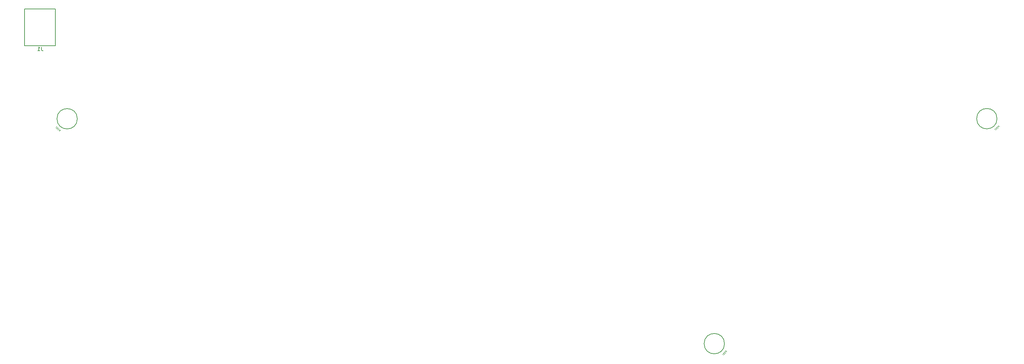
<source format=gbr>
G04 #@! TF.GenerationSoftware,KiCad,Pcbnew,(5.1.4-0-10_14)*
G04 #@! TF.CreationDate,2020-10-31T09:27:46+01:00*
G04 #@! TF.ProjectId,lumberjack,6c756d62-6572-46a6-9163-6b2e6b696361,rev?*
G04 #@! TF.SameCoordinates,Original*
G04 #@! TF.FileFunction,Legend,Bot*
G04 #@! TF.FilePolarity,Positive*
%FSLAX46Y46*%
G04 Gerber Fmt 4.6, Leading zero omitted, Abs format (unit mm)*
G04 Created by KiCad (PCBNEW (5.1.4-0-10_14)) date 2020-10-31 09:27:46*
%MOMM*%
%LPD*%
G04 APERTURE LIST*
%ADD10C,0.150000*%
%ADD11C,0.100000*%
G04 APERTURE END LIST*
D10*
X37713052Y-83003402D02*
G75*
G03X37713052Y-83003402I-2600933J0D01*
G01*
D11*
X33067584Y-86196956D02*
X33350427Y-85914114D01*
X33242677Y-85806364D01*
X33202271Y-85792895D01*
X33175334Y-85792895D01*
X33134928Y-85806364D01*
X33094521Y-85846770D01*
X33081053Y-85887176D01*
X33081053Y-85914114D01*
X33094521Y-85954520D01*
X33202271Y-86062269D01*
X33013709Y-85577396D02*
X32959834Y-85523521D01*
X32919428Y-85510053D01*
X32865554Y-85510053D01*
X32798210Y-85550459D01*
X32703929Y-85644740D01*
X32663523Y-85712083D01*
X32663523Y-85765958D01*
X32676992Y-85806364D01*
X32730866Y-85860239D01*
X32771273Y-85873708D01*
X32825147Y-85873708D01*
X32892491Y-85833301D01*
X32986772Y-85739021D01*
X33027178Y-85671677D01*
X33027178Y-85617802D01*
X33013709Y-85577396D01*
X32515367Y-85617802D02*
X32461492Y-85590865D01*
X32394149Y-85523521D01*
X32380680Y-85483115D01*
X32380680Y-85456178D01*
X32394149Y-85415772D01*
X32421086Y-85388834D01*
X32461492Y-85375366D01*
X32488430Y-85375366D01*
X32528836Y-85388834D01*
X32596179Y-85429240D01*
X32636586Y-85442709D01*
X32663523Y-85442709D01*
X32703929Y-85429240D01*
X32730867Y-85402303D01*
X32744335Y-85361897D01*
X32744335Y-85334959D01*
X32730866Y-85294553D01*
X32663523Y-85227210D01*
X32609648Y-85200272D01*
X32542305Y-85105992D02*
X32380680Y-84944367D01*
X32178650Y-85308022D02*
X32461492Y-85025179D01*
D10*
X272607489Y-82975932D02*
G75*
G03X272607489Y-82975932I-2600933J0D01*
G01*
D11*
X273200110Y-85020466D02*
X272917268Y-84737623D01*
X272809518Y-84845373D01*
X272796049Y-84885779D01*
X272796049Y-84912716D01*
X272809518Y-84953122D01*
X272849924Y-84993529D01*
X272890330Y-85006997D01*
X272917268Y-85006997D01*
X272957674Y-84993529D01*
X273065423Y-84885779D01*
X272580550Y-85074341D02*
X272526675Y-85128216D01*
X272513207Y-85168622D01*
X272513207Y-85222496D01*
X272553613Y-85289840D01*
X272647894Y-85384121D01*
X272715237Y-85424527D01*
X272769112Y-85424527D01*
X272809518Y-85411058D01*
X272863393Y-85357184D01*
X272876862Y-85316777D01*
X272876862Y-85262903D01*
X272836455Y-85195559D01*
X272742175Y-85101278D01*
X272674831Y-85060872D01*
X272620956Y-85060872D01*
X272580550Y-85074341D01*
X272620956Y-85572683D02*
X272594019Y-85626558D01*
X272526675Y-85693901D01*
X272486269Y-85707370D01*
X272459332Y-85707370D01*
X272418926Y-85693901D01*
X272391988Y-85666964D01*
X272378520Y-85626558D01*
X272378520Y-85599620D01*
X272391988Y-85559214D01*
X272432394Y-85491871D01*
X272445863Y-85451464D01*
X272445863Y-85424527D01*
X272432394Y-85384121D01*
X272405457Y-85357183D01*
X272365051Y-85343715D01*
X272338113Y-85343715D01*
X272297707Y-85357184D01*
X272230364Y-85424527D01*
X272203426Y-85478402D01*
X272109146Y-85545745D02*
X271947521Y-85707370D01*
X272311176Y-85909400D02*
X272028333Y-85626558D01*
X203594355Y-142538402D02*
X203311513Y-142255559D01*
X203203763Y-142363309D01*
X203190294Y-142403715D01*
X203190294Y-142430652D01*
X203203763Y-142471058D01*
X203244169Y-142511465D01*
X203284575Y-142524933D01*
X203311513Y-142524933D01*
X203351919Y-142511465D01*
X203459668Y-142403715D01*
X202974795Y-142592277D02*
X202920920Y-142646152D01*
X202907452Y-142686558D01*
X202907452Y-142740432D01*
X202947858Y-142807776D01*
X203042139Y-142902057D01*
X203109482Y-142942463D01*
X203163357Y-142942463D01*
X203203763Y-142928994D01*
X203257638Y-142875120D01*
X203271107Y-142834713D01*
X203271107Y-142780839D01*
X203230700Y-142713495D01*
X203136420Y-142619214D01*
X203069076Y-142578808D01*
X203015201Y-142578808D01*
X202974795Y-142592277D01*
X203015201Y-143090619D02*
X202988264Y-143144494D01*
X202920920Y-143211837D01*
X202880514Y-143225306D01*
X202853577Y-143225306D01*
X202813171Y-143211837D01*
X202786233Y-143184900D01*
X202772765Y-143144494D01*
X202772765Y-143117556D01*
X202786233Y-143077150D01*
X202826639Y-143009807D01*
X202840108Y-142969400D01*
X202840108Y-142942463D01*
X202826639Y-142902057D01*
X202799702Y-142875120D01*
X202759296Y-142861651D01*
X202732358Y-142861651D01*
X202691952Y-142875120D01*
X202624609Y-142942463D01*
X202597671Y-142996338D01*
X202503391Y-143063681D02*
X202341766Y-143225306D01*
X202705421Y-143427336D02*
X202422578Y-143144494D01*
D10*
X203001734Y-140493868D02*
G75*
G03X203001734Y-140493868I-2600933J0D01*
G01*
X32065650Y-54903178D02*
X24265650Y-54903178D01*
X32065650Y-54903178D02*
X32065650Y-64303178D01*
X32065650Y-64303178D02*
X24265650Y-64303178D01*
X24265650Y-64303178D02*
X24265650Y-54903178D01*
X28578694Y-64639988D02*
X28578694Y-65354274D01*
X28626313Y-65497131D01*
X28721551Y-65592369D01*
X28864408Y-65639988D01*
X28959646Y-65639988D01*
X27578694Y-65639988D02*
X28150122Y-65639988D01*
X27864408Y-65639988D02*
X27864408Y-64639988D01*
X27959646Y-64782846D01*
X28054884Y-64878084D01*
X28150122Y-64925703D01*
M02*

</source>
